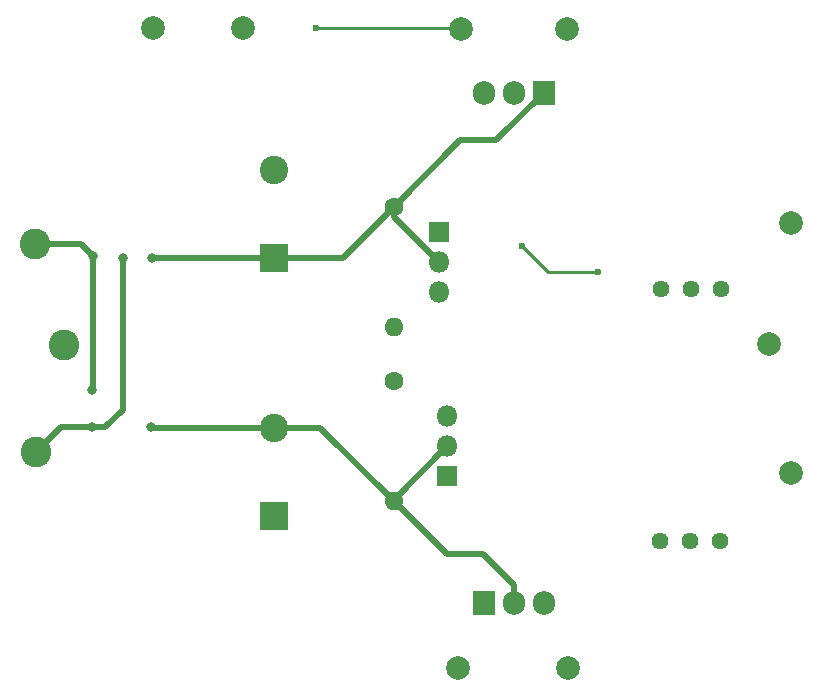
<source format=gbr>
G04 #@! TF.GenerationSoftware,KiCad,Pcbnew,(5.1.10-0-10_14)*
G04 #@! TF.CreationDate,2021-10-17T20:47:24+02:00*
G04 #@! TF.ProjectId,lv-lownoise-psu,6c762d6c-6f77-46e6-9f69-73652d707375,rev?*
G04 #@! TF.SameCoordinates,Original*
G04 #@! TF.FileFunction,Copper,L2,Bot*
G04 #@! TF.FilePolarity,Positive*
%FSLAX46Y46*%
G04 Gerber Fmt 4.6, Leading zero omitted, Abs format (unit mm)*
G04 Created by KiCad (PCBNEW (5.1.10-0-10_14)) date 2021-10-17 20:47:24*
%MOMM*%
%LPD*%
G01*
G04 APERTURE LIST*
G04 #@! TA.AperFunction,ComponentPad*
%ADD10C,2.000000*%
G04 #@! TD*
G04 #@! TA.AperFunction,ComponentPad*
%ADD11O,1.600000X1.600000*%
G04 #@! TD*
G04 #@! TA.AperFunction,ComponentPad*
%ADD12C,1.600000*%
G04 #@! TD*
G04 #@! TA.AperFunction,ComponentPad*
%ADD13O,1.800000X1.800000*%
G04 #@! TD*
G04 #@! TA.AperFunction,ComponentPad*
%ADD14R,1.800000X1.800000*%
G04 #@! TD*
G04 #@! TA.AperFunction,ComponentPad*
%ADD15O,1.905000X2.000000*%
G04 #@! TD*
G04 #@! TA.AperFunction,ComponentPad*
%ADD16R,1.905000X2.000000*%
G04 #@! TD*
G04 #@! TA.AperFunction,ComponentPad*
%ADD17C,2.400000*%
G04 #@! TD*
G04 #@! TA.AperFunction,ComponentPad*
%ADD18R,2.400000X2.400000*%
G04 #@! TD*
G04 #@! TA.AperFunction,ComponentPad*
%ADD19C,1.440000*%
G04 #@! TD*
G04 #@! TA.AperFunction,ComponentPad*
%ADD20C,2.600000*%
G04 #@! TD*
G04 #@! TA.AperFunction,ViaPad*
%ADD21C,0.800000*%
G04 #@! TD*
G04 #@! TA.AperFunction,ViaPad*
%ADD22C,0.600000*%
G04 #@! TD*
G04 #@! TA.AperFunction,Conductor*
%ADD23C,0.500000*%
G04 #@! TD*
G04 #@! TA.AperFunction,Conductor*
%ADD24C,0.250000*%
G04 #@! TD*
G04 APERTURE END LIST*
D10*
X119761000Y-85471000D03*
X129032000Y-85471000D03*
X128968500Y-31369000D03*
X120015000Y-31369000D03*
X93916500Y-31305500D03*
X101536500Y-31305500D03*
X147955000Y-69024500D03*
X146113500Y-58039000D03*
X147955000Y-47815500D03*
D11*
X114300000Y-71374000D03*
D12*
X114300000Y-61214000D03*
D11*
X114300000Y-56642000D03*
D12*
X114300000Y-46482000D03*
D13*
X118808500Y-64198500D03*
X118808500Y-66738500D03*
D14*
X118808500Y-69278500D03*
D13*
X118110000Y-53657500D03*
X118110000Y-51117500D03*
D14*
X118110000Y-48577500D03*
D15*
X127000000Y-80010000D03*
X124460000Y-80010000D03*
D16*
X121920000Y-80010000D03*
D15*
X121920000Y-36830000D03*
X124460000Y-36830000D03*
D16*
X127000000Y-36830000D03*
D17*
X104140000Y-65151000D03*
D18*
X104140000Y-72651000D03*
D17*
X104140000Y-43300000D03*
D18*
X104140000Y-50800000D03*
D19*
X141922500Y-74739500D03*
X139382500Y-74739500D03*
X136842500Y-74739500D03*
X141986000Y-53403500D03*
X139446000Y-53403500D03*
X136906000Y-53403500D03*
D20*
X83921600Y-49631600D03*
X86360000Y-58166000D03*
X83972400Y-67259200D03*
D21*
X93827600Y-50800000D03*
X88849200Y-50647600D03*
X88726000Y-61997600D03*
X93726000Y-65125600D03*
D22*
X107759500Y-31305500D03*
D21*
X88747600Y-65125600D03*
X91338400Y-50800000D03*
D22*
X131572000Y-51943000D03*
X125188500Y-49750500D03*
D23*
X109982000Y-50800000D02*
X114300000Y-46482000D01*
X104140000Y-50800000D02*
X109982000Y-50800000D01*
X114300000Y-47307500D02*
X114300000Y-46482000D01*
X118110000Y-51117500D02*
X114300000Y-47307500D01*
X114300000Y-46482000D02*
X119951500Y-40830500D01*
X122999500Y-40830500D02*
X127000000Y-36830000D01*
X119951500Y-40830500D02*
X122999500Y-40830500D01*
X104140000Y-50800000D02*
X93827600Y-50800000D01*
X87833200Y-49631600D02*
X88849200Y-50647600D01*
X83921600Y-49631600D02*
X87833200Y-49631600D01*
X88849200Y-61874400D02*
X88726000Y-61997600D01*
X88849200Y-50647600D02*
X88849200Y-61874400D01*
X108077000Y-65151000D02*
X114300000Y-71374000D01*
X104140000Y-65151000D02*
X108077000Y-65151000D01*
X114300000Y-71247000D02*
X114300000Y-71374000D01*
X118808500Y-66738500D02*
X114300000Y-71247000D01*
X114300000Y-71374000D02*
X118808500Y-75882500D01*
X124460000Y-78510000D02*
X124460000Y-80010000D01*
X121832500Y-75882500D02*
X124460000Y-78510000D01*
X118808500Y-75882500D02*
X121832500Y-75882500D01*
X93751400Y-65151000D02*
X93726000Y-65125600D01*
X104140000Y-65151000D02*
X93751400Y-65151000D01*
D24*
X119951500Y-31305500D02*
X120015000Y-31369000D01*
X107759500Y-31305500D02*
X119951500Y-31305500D01*
D23*
X83972400Y-67259200D02*
X86106000Y-65125600D01*
X86106000Y-65125600D02*
X88747600Y-65125600D01*
X88747600Y-65125600D02*
X89865200Y-65125600D01*
X91338400Y-63652400D02*
X91338400Y-50800000D01*
X89865200Y-65125600D02*
X91338400Y-63652400D01*
D24*
X127381000Y-51943000D02*
X125188500Y-49750500D01*
X131572000Y-51943000D02*
X127381000Y-51943000D01*
M02*

</source>
